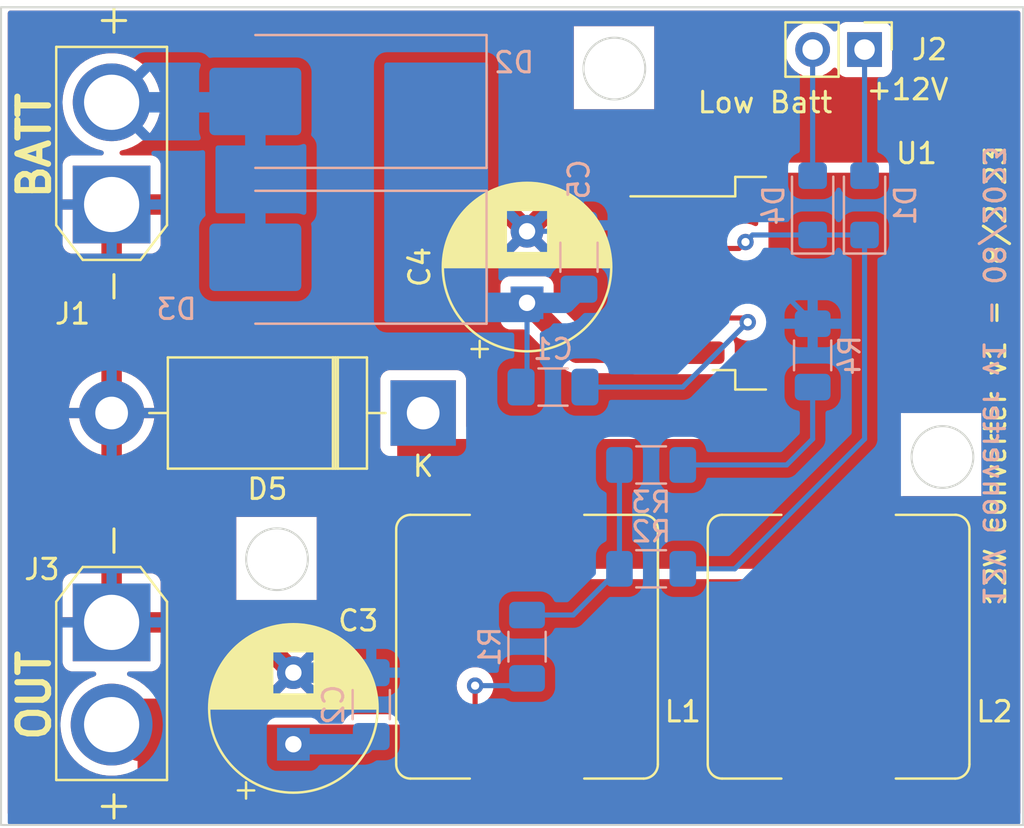
<source format=kicad_pcb>
(kicad_pcb (version 20221018) (generator pcbnew)

  (general
    (thickness 1.6)
  )

  (paper "A4")
  (layers
    (0 "F.Cu" signal)
    (31 "B.Cu" signal)
    (32 "B.Adhes" user "B.Adhesive")
    (33 "F.Adhes" user "F.Adhesive")
    (34 "B.Paste" user)
    (35 "F.Paste" user)
    (36 "B.SilkS" user "B.Silkscreen")
    (37 "F.SilkS" user "F.Silkscreen")
    (38 "B.Mask" user)
    (39 "F.Mask" user)
    (40 "Dwgs.User" user "User.Drawings")
    (41 "Cmts.User" user "User.Comments")
    (42 "Eco1.User" user "User.Eco1")
    (43 "Eco2.User" user "User.Eco2")
    (44 "Edge.Cuts" user)
    (45 "Margin" user)
    (46 "B.CrtYd" user "B.Courtyard")
    (47 "F.CrtYd" user "F.Courtyard")
    (48 "B.Fab" user)
    (49 "F.Fab" user)
    (50 "User.1" user)
    (51 "User.2" user)
    (52 "User.3" user)
    (53 "User.4" user)
    (54 "User.5" user)
    (55 "User.6" user)
    (56 "User.7" user)
    (57 "User.8" user)
    (58 "User.9" user)
  )

  (setup
    (pad_to_mask_clearance 0)
    (pcbplotparams
      (layerselection 0x00310ff_ffffffff)
      (plot_on_all_layers_selection 0x0000000_00000000)
      (disableapertmacros false)
      (usegerberextensions true)
      (usegerberattributes true)
      (usegerberadvancedattributes true)
      (creategerberjobfile true)
      (dashed_line_dash_ratio 12.000000)
      (dashed_line_gap_ratio 3.000000)
      (svgprecision 4)
      (plotframeref false)
      (viasonmask false)
      (mode 1)
      (useauxorigin true)
      (hpglpennumber 1)
      (hpglpenspeed 20)
      (hpglpendiameter 15.000000)
      (dxfpolygonmode true)
      (dxfimperialunits true)
      (dxfusepcbnewfont true)
      (psnegative false)
      (psa4output false)
      (plotreference true)
      (plotvalue true)
      (plotinvisibletext false)
      (sketchpadsonfab false)
      (subtractmaskfromsilk false)
      (outputformat 1)
      (mirror false)
      (drillshape 0)
      (scaleselection 1)
      (outputdirectory "")
    )
  )

  (net 0 "")
  (net 1 "Net-(U1-VC)")
  (net 2 "Net-(D2-K)")
  (net 3 "GND")
  (net 4 "Vbatt_12")
  (net 5 "Net-(D1-K)")
  (net 6 "+12V")
  (net 7 "+BATT")
  (net 8 "Vbatt_low")
  (net 9 "Net-(D5-K)")
  (net 10 "Net-(R1-Pad1)")
  (net 11 "Net-(R3-Pad2)")

  (footprint "Capacitor_THT:CP_Radial_D8.0mm_P3.50mm" (layer "F.Cu") (at 114.3 86.05 90))

  (footprint "Connector_AMASS:AMASS_XT30U-F_1x02_P5.0mm_Vertical" (layer "F.Cu") (at 105.41 80.09 -90))

  (footprint "Package_TO_SOT_SMD:TO-263-5_TabPin3" (layer "F.Cu") (at 140.74 63.5))

  (footprint "Capacitor_THT:CP_Radial_D8.0mm_P3.50mm" (layer "F.Cu") (at 125.73 64.46 90))

  (footprint "Connector_PinHeader_2.54mm:PinHeader_1x02_P2.54mm_Vertical" (layer "F.Cu") (at 142.24 52.07 -90))

  (footprint "Diode_THT:D_DO-201AD_P15.24mm_Horizontal" (layer "F.Cu") (at 120.65 69.85 180))

  (footprint "Inductor_SMD:L_Bourns_SRP1245A" (layer "F.Cu") (at 140.97 81.28 -90))

  (footprint "Connector_AMASS:AMASS_XT30U-M_1x02_P5.0mm_Vertical" (layer "F.Cu") (at 105.41 59.65 90))

  (footprint "Inductor_SMD:L_Bourns_SRP1245A" (layer "F.Cu") (at 125.73 81.28 -90))

  (footprint "Capacitor_SMD:C_1206_3216Metric_Pad1.33x1.80mm_HandSolder" (layer "B.Cu") (at 118.11 84.1125 -90))

  (footprint "Resistor_SMD:R_1206_3216Metric_Pad1.30x1.75mm_HandSolder" (layer "B.Cu") (at 125.73 81.28 -90))

  (footprint "Resistor_SMD:R_1206_3216Metric_Pad1.30x1.75mm_HandSolder" (layer "B.Cu") (at 139.7 67.03 90))

  (footprint "Diode_SMD:D_SMC_Handsoldering" (layer "B.Cu") (at 116.84 62.23 180))

  (footprint "Capacitor_SMD:C_1206_3216Metric_Pad1.33x1.80mm_HandSolder" (layer "B.Cu") (at 128.27 62.23 -90))

  (footprint "Resistor_SMD:R_1206_3216Metric_Pad1.30x1.75mm_HandSolder" (layer "B.Cu") (at 131.8 77.47 180))

  (footprint "Resistor_SMD:R_1206_3216Metric_Pad1.30x1.75mm_HandSolder" (layer "B.Cu") (at 131.8 72.39))

  (footprint "Diode_SMD:D_SMF" (layer "B.Cu") (at 139.7 59.69 90))

  (footprint "Diode_SMD:D_SMF" (layer "B.Cu") (at 142.24 59.69 90))

  (footprint "Diode_SMD:D_SMC_Handsoldering" (layer "B.Cu") (at 116.84 54.61 180))

  (footprint "Capacitor_SMD:C_1206_3216Metric_Pad1.33x1.80mm_HandSolder" (layer "B.Cu") (at 127 68.58 180))

  (gr_circle (center 146.05 72) (end 147.56 72)
    (stroke (width 0.1) (type default)) (fill none) (layer "Edge.Cuts") (tstamp 890dcb35-4a66-42c6-8b8e-6b044e02bbf8))
  (gr_circle (center 113.5 77) (end 115.01 77)
    (stroke (width 0.1) (type default)) (fill none) (layer "Edge.Cuts") (tstamp 9c8afe47-37cc-403d-af0a-c7604f3a629b))
  (gr_circle (center 130 53) (end 131.51 53)
    (stroke (width 0.1) (type default)) (fill none) (layer "Edge.Cuts") (tstamp c06ef8c6-4d12-46cf-8264-5a92bf1f50bd))
  (gr_rect locked (start 100 50) (end 150 90)
    (stroke (width 0.1) (type default)) (fill none) (layer "Edge.Cuts") (tstamp e7139659-277b-4ecf-a971-f7f7dc37b4fa))
  (gr_text "12V converter v1 - 08/2023" (at 147.955 79.375 -90) (layer "B.SilkS") (tstamp 00c987f4-1445-4020-9e01-1f5f7feb8c1c)
    (effects (font (size 1 1) (thickness 0.15)) (justify left bottom mirror))
  )
  (gr_text "12V converter v1 - 08/2023" (at 149.225 79.375 90) (layer "F.SilkS") (tstamp 03e13cbb-59df-4b6f-941c-fadf19b9b735)
    (effects (font (size 1 1) (thickness 0.15)) (justify left bottom))
  )
  (gr_text "+12V" (at 142.24 54.61) (layer "F.SilkS") (tstamp 14f5980a-d789-4620-a679-ac06966dd329)
    (effects (font (size 1 1) (thickness 0.15)) (justify left bottom))
  )
  (gr_text "BATT" (at 102.5 59.5 90) (layer "F.SilkS") (tstamp 2469c19c-18df-4c66-8051-2ff13ded6dfa)
    (effects (font (size 1.5 1.5) (thickness 0.3) bold) (justify left bottom))
  )
  (gr_text "OUT" (at 102.5 86 90) (layer "F.SilkS") (tstamp 74f1fd9d-26ce-4d4e-8695-3107718cd5c8)
    (effects (font (size 1.5 1.5) (thickness 0.3) bold) (justify left bottom))
  )
  (gr_text "Low Batt" (at 133.985 55.245) (layer "F.SilkS") (tstamp 9cf3b09e-dccc-41a6-9b3e-d0b910c09a56)
    (effects (font (size 1 1) (thickness 0.15)) (justify left bottom))
  )

  (segment (start 133.09 65.2) (end 136.32 65.2) (width 0.25) (layer "F.Cu") (net 1) (tstamp 0f61b120-2ae8-447d-bc8e-aad2f59109ee))
  (segment (start 136.32 65.2) (end 136.525 65.405) (width 0.25) (layer "F.Cu") (net 1) (tstamp 10e6c90e-8b47-46f5-9ba6-e97375e152b6))
  (via (at 136.525 65.405) (size 0.8) (drill 0.4) (layers "F.Cu" "B.Cu") (net 1) (tstamp d8f40f11-2129-4d5c-84ed-e86a8db997c7))
  (segment (start 133.35 68.58) (end 128.5625 68.58) (width 0.25) (layer "B.Cu") (net 1) (tstamp a155d3ca-55bc-4b93-b90a-9edc7d256463))
  (segment (start 136.525 65.405) (end 133.35 68.58) (width 0.25) (layer "B.Cu") (net 1) (tstamp a547eff1-7b3d-4f9a-ac5f-05829c1325d5))
  (segment (start 128.17 66.9) (end 125.73 64.46) (width 1) (layer "F.Cu") (net 2) (tstamp 05804b0e-b3ae-4bc2-b40d-c8f3a9592865))
  (segment (start 133.09 66.9) (end 128.17 66.9) (width 1) (layer "F.Cu") (net 2) (tstamp 5a10a29e-fe8f-431f-b4ac-49fa2ed17d42))
  (segment (start 121.24 62.23) (end 121.24 64.09) (width 1) (layer "B.Cu") (net 2) (tstamp 48e000f1-de8b-4844-91e3-0661a597e534))
  (segment (start 121.61 64.46) (end 125.73 64.46) (width 1) (layer "B.Cu") (net 2) (tstamp 75945036-a61c-4f32-9c34-425b055dba89))
  (segment (start 125.73 68.2875) (end 125.73 64.46) (width 0.25) (layer "B.Cu") (net 2) (tstamp 781e4de2-f988-4e15-9b17-5ff97ec969d3))
  (segment (start 125.4375 68.58) (end 125.73 68.2875) (width 0.25) (layer "B.Cu") (net 2) (tstamp 9028cd20-6660-4f0b-b64b-247937cfccd8))
  (segment (start 121.24 64.09) (end 121.61 64.46) (width 1) (layer "B.Cu") (net 2) (tstamp b55b8331-a72c-4d6e-8135-b5a0427702af))
  (segment (start 127.6025 64.46) (end 128.27 63.7925) (width 1) (layer "B.Cu") (net 2) (tstamp d3c97007-daa7-4d7e-b3a0-02a8ec574d37))
  (segment (start 121.24 54.61) (end 121.24 62.23) (width 1) (layer "B.Cu") (net 2) (tstamp e4c1edca-e8fd-4f8a-b242-152690213bd6))
  (segment (start 125.73 64.46) (end 127.6025 64.46) (width 1) (layer "B.Cu") (net 2) (tstamp f4453b66-00e5-4eb9-bd52-affaf25974df))
  (segment (start 105.41 59.65) (end 105.41 69.85) (width 1) (layer "F.Cu") (net 3) (tstamp 0eed72c4-2369-4eab-8e5a-f366d8286911))
  (segment (start 124.42 59.65) (end 125.73 60.96) (width 1) (layer "F.Cu") (net 3) (tstamp 4dfef0e1-cda1-4c25-888a-7795895cce68))
  (segment (start 105.41 80.09) (end 111.84 80.09) (width 1) (layer "F.Cu") (net 3) (tstamp 5f14b6a7-da4d-4600-9044-280c83d3c19e))
  (segment (start 111.84 80.09) (end 114.3 82.55) (width 1) (layer "F.Cu") (net 3) (tstamp 6b0caeaa-76de-4db7-91be-0e7ce1ae2da9))
  (segment (start 105.41 59.65) (end 124.42 59.65) (width 1) (layer "F.Cu") (net 3) (tstamp 6e294fdc-1f50-47e7-a816-dc73a308b9bb))
  (segment (start 125.73 60.96) (end 126.59 60.1) (width 1) (layer "F.Cu") (net 3) (tstamp 89670c78-1d0c-4064-b359-c42dbd99239e))
  (segment (start 126.59 60.1) (end 133.09 60.1) (width 1) (layer "F.Cu") (net 3) (tstamp ee5f68f9-543c-4ffe-b65c-b7427bf53768))
  (segment (start 105.41 69.85) (end 105.41 80.09) (width 1) (layer "F.Cu") (net 3) (tstamp f693c650-ba16-4180-999b-06bbcb8db6a5))
  (segment (start 127.9775 60.96) (end 128.27 60.6675) (width 0.25) (layer "B.Cu") (net 3) (tstamp 00763c95-1e15-4cd4-ab9e-2f7a1dd3de35))
  (segment (start 139.7 65.405) (end 137.16 62.865) (width 0.25) (layer "B.Cu") (net 3) (tstamp 055443c5-ee99-4266-a406-4c88d1dd6f00))
  (segment (start 125.73 60.96) (end 127.9775 60.96) (width 0.25) (layer "B.Cu") (net 3) (tstamp 36dc08df-1c1d-4c5e-982c-91aba28b376d))
  (segment (start 129.8825 60.6675) (end 128.27 60.6675) (width 0.25) (layer "B.Cu") (net 3) (tstamp 47a0650d-997f-41ff-b180-27bc7c07011f))
  (segment (start 132.08 62.865) (end 129.8825 60.6675) (width 0.25) (layer "B.Cu") (net 3) (tstamp 6c7baf0f-8b5a-4e21-9c65-4236fd60b28b))
  (segment (start 137.16 62.865) (end 132.08 62.865) (width 0.25) (layer "B.Cu") (net 3) (tstamp a7b6e2c1-22e8-4037-ac2e-bb426459b04f))
  (segment (start 139.7 65.48) (end 139.7 65.405) (width 0.25) (layer "B.Cu") (net 3) (tstamp e1b355d4-ca79-4e4d-8911-1548bb99b9db))
  (segment (start 114.3 82.55) (end 118.11 82.55) (width 1) (layer "B.Cu") (net 3) (tstamp f546f310-8abc-431d-9984-d92cb68a9e22))
  (segment (start 114.3 86.05) (end 123.19 86.05) (width 1) (layer "F.Cu") (net 4) (tstamp 1105b9fa-280a-4547-a16d-2dfdd105cfea))
  (segment (start 105.41 85.09) (end 106.68 86.36) (width 1) (layer "F.Cu") (net 4) (tstamp 30a3d771-5eba-4980-b8fa-69e3aa857e2e))
  (segment (start 125.73 86.83) (end 140.97 86.83) (width 1) (layer "F.Cu") (net 4) (tstamp 38d7a19d-c3c8-4691-958a-e6d9d81dbb51))
  (segment (start 123.19 83.185) (end 123.19 86.05) (width 0.25) (layer "F.Cu") (net 4) (tstamp 633e3e31-ddd0-461b-bb12-6be10de0c93b))
  (segment (start 123.19 86.05) (end 124.95 86.05) (width 1) (layer "F.Cu") (net 4) (tstamp 6e5bc98f-79ca-4984-bda2-20cc89bf8f82))
  (segment (start 113.99 86.36) (end 114.3 86.05) (width 1) (layer "F.Cu") (net 4) (tstamp c932f2ef-3f38-45db-8b27-1f71234cca76))
  (segment (start 106.68 86.36) (end 113.99 86.36) (width 1) (layer "F.Cu") (net 4) (tstamp cead2ba6-de68-4ba0-995d-e014a369cffc))
  (segment (start 124.95 86.05) (end 125.73 86.83) (width 1) (layer "F.Cu") (net 4) (tstamp fe64476f-f6d5-4106-be0a-a2ee5eb057f7))
  (via (at 123.19 83.185) (size 0.8) (drill 0.4) (layers "F.Cu" "B.Cu") (net 4) (tstamp 96da3bef-40d4-42f8-905e-ea2b7e70bf46))
  (segment (start 114.3 86.05) (end 117.735 86.05) (width 1) (layer "B.Cu") (net 4) (tstamp 1dce960a-10d1-4964-b59f-235484beae47))
  (segment (start 125.375 83.185) (end 123.19 83.185) (width 0.25) (layer "B.Cu") (net 4) (tstamp ecffd003-4c56-4012-a326-67d660338c98))
  (segment (start 125.73 82.83) (end 125.375 83.185) (width 0.25) (layer "B.Cu") (net 4) (tstamp ee64f99d-6875-450f-8670-34ad8ddc39de))
  (segment (start 117.735 86.05) (end 118.11 85.675) (width 1) (layer "B.Cu") (net 4) (tstamp f7d8b3a8-4ec6-4852-8e17-b7ed699087a0))
  (segment (start 136.1005 61.8) (end 133.09 61.8) (width 0.25) (layer "F.Cu") (net 5) (tstamp 6a91607a-2b47-4f5d-a436-1c30db8dd6cf))
  (segment (start 136.41525 61.48525) (end 136.1005 61.8) (width 0.25) (layer "F.Cu") (net 5) (tstamp a8d198c5-7df1-4119-9d75-aca5e67d0eb9))
  (via (at 136.41525 61.48525) (size 0.8) (drill 0.4) (layers "F.Cu" "B.Cu") (net 5) (tstamp bd9c017c-cf21-412d-9019-f685d6bc2990))
  (segment (start 142.24 71.12) (end 142.24 61.14) (width 0.25) (layer "B.Cu") (net 5) (tstamp 1633d032-5e50-4c7f-8fe8-c5a3dedb111a))
  (segment (start 142.24 61.14) (end 139.7 61.14) (width 0.25) (layer "B.Cu") (net 5) (tstamp 3afb25a2-20df-409c-8841-d50fce7e7aa8))
  (segment (start 136.7605 61.14) (end 139.7 61.14) (width 0.25) (layer "B.Cu") (net 5) (tstamp 3c2e68ba-8cee-4e20-ad9e-aa44cd4ad85c))
  (segment (start 136.41525 61.48525) (end 136.7605 61.14) (width 0.25) (layer "B.Cu") (net 5) (tstamp 6bc8dd3d-f6c4-4a5b-8d2f-05fdbc01bc4b))
  (segment (start 133.35 77.47) (end 135.89 77.47) (width 0.25) (layer "B.Cu") (net 5) (tstamp b71c1e02-0290-473c-ad90-3d0a35307e45))
  (segment (start 135.89 77.47) (end 142.24 71.12) (width 0.25) (layer "B.Cu") (net 5) (tstamp d9edad05-28ab-4f84-92b8-1d9e90976674))
  (segment (start 142.24 52.07) (end 142.24 58.24) (width 0.25) (layer "B.Cu") (net 6) (tstamp 13ab66c2-212f-4387-ab14-893f6ba998aa))
  (segment (start 112.4 54.65) (end 112.44 54.61) (width 1) (layer "B.Cu") (net 7) (tstamp 76d7f25d-94c9-4dbd-ac4c-0a15e28f0237))
  (segment (start 105.41 54.65) (end 112.4 54.65) (width 1) (layer "B.Cu") (net 7) (tstamp 83127cd1-92b7-4dfd-a264-0a1272cab1f1))
  (segment (start 112.44 54.61) (end 112.44 62.23) (width 1) (layer "B.Cu") (net 7) (tstamp a3fd677f-771d-41b1-9f2c-36f3537a8a5f))
  (segment (start 139.7 52.07) (end 139.7 58.24) (width 0.25) (layer "B.Cu") (net 8) (tstamp f626bb2e-c39b-4888-92bc-c22bfcdd5589))
  (segment (start 140.97 75.73) (end 140.97 67.43) (width 1) (layer "F.Cu") (net 9) (tstamp 0a70acf8-a1c2-40de-a437-cc3d32101e7d))
  (segment (start 133.09 63.5) (end 142.24 63.5) (width 1) (layer "F.Cu") (net 9) (tstamp 640fed0a-cbf4-4883-8eaa-2dcfd90faeed))
  (segment (start 120.65 73.66) (end 122.72 75.73) (width 1) (layer "F.Cu") (net 9) (tstamp 7a7dbd3a-d645-4134-85dd-1f407faf7471))
  (segment (start 120.65 69.85) (end 120.65 73.66) (width 1) (layer "F.Cu") (net 9) (tstamp b8f45cc6-b681-4316-b08c-8971080a2c85))
  (segment (start 140.97 67.43) (end 139.815 66.275) (width 1) (layer "F.Cu") (net 9) (tstamp b98180c6-12a5-4071-bb82-8575f17f4a51))
  (segment (start 122.72 75.73) (end 125.73 75.73) (width 1) (layer "F.Cu") (net 9) (tstamp d0ca13ad-4a5e-4f9f-a351-c5f9e129b9aa))
  (segment (start 125.73 75.73) (end 140.97 75.73) (width 1) (layer "F.Cu") (net 9) (tstamp e156c56b-ba47-47e6-b4e4-f98ed126cdc8))
  (segment (start 127.99 79.73) (end 130.25 77.47) (width 0.25) (layer "B.Cu") (net 10) (tstamp 2cd60e25-6190-4170-8e44-50a74ffee4e3))
  (segment (start 130.25 77.47) (end 130.25 72.39) (width 0.25) (layer "B.Cu") (net 10) (tstamp 75e5df2d-e929-436c-9610-94575a9c9601))
  (segment (start 125.73 79.73) (end 127.99 79.73) (width 0.25) (layer "B.Cu") (net 10) (tstamp 9750bb72-8077-4230-8f76-5a98591533ea))
  (segment (start 133.35 72.39) (end 138.43 72.39) (width 0.25) (layer "B.Cu") (net 11) (tstamp 02575dd9-bfe1-4c14-bfed-4648c5bda3aa))
  (segment (start 139.7 71.12) (end 139.7 68.58) (width 0.25) (layer "B.Cu") (net 11) (tstamp 731fd7d1-31b3-4da6-a4e8-97f80d13fc57))
  (segment (start 138.43 72.39) (end 139.7 71.12) (width 0.25) (layer "B.Cu") (net 11) (tstamp 8ceac231-e5f3-4f2e-9ad7-4408129933a4))

  (zone (net 4) (net_name "Vbatt_12") (layer "F.Cu") (tstamp 55828705-948c-4cd7-aa2e-e71c53e17d52) (hatch edge 0.5)
    (priority 2)
    (connect_pads yes (clearance 0.5))
    (min_thickness 0.25) (filled_areas_thickness no)
    (fill yes (thermal_gap 0.5) (thermal_bridge_width 0.5))
    (polygon
      (pts
        (xy 106.68 83.82)
        (xy 106.68 89.535)
        (xy 143.51 89.535)
        (xy 143.51 85.09)
        (xy 107.95 85.09)
        (xy 107.95 83.82)
      )
    )
    (filled_polygon
      (layer "F.Cu")
      (pts
        (xy 107.893039 83.839685)
        (xy 107.938794 83.892489)
        (xy 107.95 83.944)
        (xy 107.95 85.09)
        (xy 143.386 85.09)
        (xy 143.453039 85.109685)
        (xy 143.498794 85.162489)
        (xy 143.51 85.214)
        (xy 143.51 89.411)
        (xy 143.490315 89.478039)
        (xy 143.437511 89.523794)
        (xy 143.386 89.535)
        (xy 106.804 89.535)
        (xy 106.736961 89.515315)
        (xy 106.691206 89.462511)
        (xy 106.68 89.411)
        (xy 106.68 83.944)
        (xy 106.699685 83.876961)
        (xy 106.752489 83.831206)
        (xy 106.804 83.82)
        (xy 107.826 83.82)
      )
    )
  )
  (zone (net 9) (net_name "Net-(D5-K)") (layer "F.Cu") (tstamp 94419a57-f585-46fc-a272-f83768b3f1c5) (hatch edge 0.5)
    (priority 3)
    (connect_pads yes (clearance 0.5))
    (min_thickness 0.25) (filled_areas_thickness no)
    (fill yes (thermal_gap 0.5) (thermal_bridge_width 0.5))
    (polygon
      (pts
        (xy 119.38 71.12)
        (xy 119.38 77.47)
        (xy 143.51 77.47)
        (xy 143.51 68.58)
        (xy 137.16 68.58)
        (xy 137.16 71.12)
      )
    )
    (filled_polygon
      (layer "F.Cu")
      (pts
        (xy 143.453039 68.599685)
        (xy 143.498794 68.652489)
        (xy 143.51 68.704)
        (xy 143.51 77.346)
        (xy 143.490315 77.413039)
        (xy 143.437511 77.458794)
        (xy 143.386 77.47)
        (xy 119.504 77.47)
        (xy 119.436961 77.450315)
        (xy 119.391206 77.397511)
        (xy 119.38 77.346)
        (xy 119.38 71.244)
        (xy 119.399685 71.176961)
        (xy 119.452489 71.131206)
        (xy 119.504 71.12)
        (xy 137.16 71.12)
        (xy 137.16 68.704)
        (xy 137.179685 68.636961)
        (xy 137.232489 68.591206)
        (xy 137.284 68.58)
        (xy 143.386 68.58)
      )
    )
  )
  (zone (net 3) (net_name "GND") (layer "F.Cu") (tstamp abf868ef-407c-4a15-a55a-c4c8e4c3c8ca) (hatch edge 0.5)
    (priority 1)
    (connect_pads (clearance 0.5))
    (min_thickness 0.25) (filled_areas_thickness no)
    (fill yes (thermal_gap 0.5) (thermal_bridge_width 0.5))
    (polygon
      (pts
        (xy 100.33 50.165)
        (xy 149.86 50.165)
        (xy 149.86 89.535)
        (xy 100.33 89.535)
      )
    )
    (filled_polygon
      (layer "F.Cu")
      (pts
        (xy 149.803039 50.184685)
        (xy 149.848794 50.237489)
        (xy 149.86 50.289)
        (xy 149.86 89.411)
        (xy 149.840315 89.478039)
        (xy 149.787511 89.523794)
        (xy 149.736 89.535)
        (xy 144.1395 89.535)
        (xy 144.072461 89.515315)
        (xy 144.026706 89.462511)
        (xy 144.0155 89.411)
        (xy 144.0155 85.21401)
        (xy 144.0155 85.214)
        (xy 144.003947 85.106544)
        (xy 143.992741 85.055033)
        (xy 143.992637 85.054722)
        (xy 143.958616 84.952502)
        (xy 143.958613 84.952496)
        (xy 143.880828 84.831462)
        (xy 143.880825 84.831457)
        (xy 143.88082 84.831451)
        (xy 143.835076 84.778659)
        (xy 143.835072 84.778656)
        (xy 143.83507 84.778653)
        (xy 143.726336 84.684433)
        (xy 143.726333 84.684431)
        (xy 143.726331 84.68443)
        (xy 143.595465 84.624664)
        (xy 143.59546 84.624662)
        (xy 143.595459 84.624662)
        (xy 143.572858 84.618025)
        (xy 143.528425 84.604978)
        (xy 143.528419 84.604976)
        (xy 143.442966 84.59269)
        (xy 143.386 84.5845)
        (xy 143.385998 84.5845)
        (xy 123.9395 84.5845)
        (xy 123.872461 84.564815)
        (xy 123.826706 84.512011)
        (xy 123.8155 84.4605)
        (xy 123.8155 83.883687)
        (xy 123.835185 83.816648)
        (xy 123.84735 83.800715)
        (xy 123.869361 83.776269)
        (xy 123.922533 83.717216)
        (xy 124.017179 83.553284)
        (xy 124.075674 83.373256)
        (xy 124.09546 83.185)
        (xy 124.075674 82.996744)
        (xy 124.017179 82.816716)
        (xy 123.922533 82.652784)
        (xy 123.795871 82.512112)
        (xy 123.792531 82.509685)
        (xy 123.642734 82.400851)
        (xy 123.642729 82.400848)
        (xy 123.469807 82.323857)
        (xy 123.469802 82.323855)
        (xy 123.324001 82.292865)
        (xy 123.284646 82.2845)
        (xy 123.095354 82.2845)
        (xy 123.062897 82.291398)
        (xy 122.910197 82.323855)
        (xy 122.910192 82.323857)
        (xy 122.73727 82.400848)
        (xy 122.737265 82.400851)
        (xy 122.584129 82.512111)
        (xy 122.457466 82.652785)
        (xy 122.362821 82.816715)
        (xy 122.362818 82.816722)
        (xy 122.304462 82.996326)
        (xy 122.304326 82.996744)
        (xy 122.28454 83.185)
        (xy 122.304326 83.373256)
        (xy 122.304327 83.373259)
        (xy 122.362818 83.553277)
        (xy 122.362821 83.553284)
        (xy 122.457467 83.717216)
        (xy 122.500772 83.76531)
        (xy 122.53265 83.800715)
        (xy 122.56288 83.863706)
        (xy 122.5645 83.883687)
        (xy 122.5645 84.4605)
        (xy 122.544815 84.527539)
        (xy 122.492011 84.573294)
        (xy 122.4405 84.5845)
        (xy 108.5795 84.5845)
        (xy 108.512461 84.564815)
        (xy 108.466706 84.512011)
        (xy 108.4555 84.4605)
        (xy 108.4555 83.94401)
        (xy 108.4555 83.944)
        (xy 108.443947 83.836544)
        (xy 108.432741 83.785033)
        (xy 108.429822 83.776264)
        (xy 108.398616 83.682502)
        (xy 108.398613 83.682496)
        (xy 108.320828 83.561462)
        (xy 108.320825 83.561457)
        (xy 108.313737 83.553277)
        (xy 108.275076 83.508659)
        (xy 108.275072 83.508656)
        (xy 108.27507 83.508653)
        (xy 108.166336 83.414433)
        (xy 108.166333 83.414431)
        (xy 108.166331 83.41443)
        (xy 108.035465 83.354664)
        (xy 108.03546 83.354662)
        (xy 108.035459 83.354662)
        (xy 108.012858 83.348025)
        (xy 107.968425 83.334978)
        (xy 107.968419 83.334976)
        (xy 107.882966 83.32269)
        (xy 107.826 83.3145)
        (xy 107.825998 83.3145)
        (xy 107.221159 83.3145)
        (xy 107.15412 83.294815)
        (xy 107.136275 83.280892)
        (xy 107.130503 83.275472)
        (xy 107.00703 83.159522)
        (xy 107.007027 83.15952)
        (xy 107.007021 83.159515)
        (xy 106.752495 82.974591)
        (xy 106.752488 82.974586)
        (xy 106.752484 82.974584)
        (xy 106.476766 82.823006)
        (xy 106.476763 82.823004)
        (xy 106.476758 82.823002)
        (xy 106.476757 82.823001)
        (xy 106.240073 82.729292)
        (xy 106.184987 82.686311)
        (xy 106.161884 82.620372)
        (xy 106.178097 82.552409)
        (xy 106.180602 82.550002)
        (xy 112.995034 82.550002)
        (xy 113.014858 82.776599)
        (xy 113.01486 82.77661)
        (xy 113.07373 82.996317)
        (xy 113.073734 82.996326)
        (xy 113.169865 83.202481)
        (xy 113.169866 83.202483)
        (xy 113.220973 83.275471)
        (xy 113.220974 83.275472)
        (xy 113.902046 82.594399)
        (xy 113.914835 82.675148)
        (xy 113.972359 82.788045)
        (xy 114.061955 82.877641)
        (xy 114.174852 82.935165)
        (xy 114.255599 82.947953)
        (xy 113.574526 83.629025)
        (xy 113.574526 83.629026)
        (xy 113.647512 83.680131)
        (xy 113.647516 83.680133)
        (xy 113.853673 83.776265)
        (xy 113.853682 83.776269)
        (xy 114.073389 83.835139)
        (xy 114.0734 83.835141)
        (xy 114.299998 83.854966)
        (xy 114.300002 83.854966)
        (xy 114.526599 83.835141)
        (xy 114.52661 83.835139)
        (xy 114.746317 83.776269)
        (xy 114.746331 83.776264)
        (xy 114.952478 83.680136)
        (xy 115.025472 83.629025)
        (xy 114.344401 82.947953)
        (xy 114.425148 82.935165)
        (xy 114.538045 82.877641)
        (xy 114.627641 82.788045)
        (xy 114.685165 82.675148)
        (xy 114.697953 82.5944)
        (xy 115.379025 83.275472)
        (xy 115.430136 83.202478)
        (xy 115.526264 82.996331)
        (xy 115.526269 82.996317)
        (xy 115.585139 82.77661)
        (xy 115.585141 82.776599)
        (xy 115.604966 82.550002)
        (xy 115.604966 82.549997)
        (xy 115.585141 82.3234)
        (xy 115.585139 82.323389)
        (xy 115.526269 82.103682)
        (xy 115.526265 82.103673)
        (xy 115.430133 81.897516)
        (xy 115.430131 81.897512)
        (xy 115.379026 81.824526)
        (xy 115.379025 81.824526)
        (xy 114.697953 82.505598)
        (xy 114.685165 82.424852)
        (xy 114.627641 82.311955)
        (xy 114.538045 82.222359)
        (xy 114.425148 82.164835)
        (xy 114.3444 82.152046)
        (xy 115.025472 81.470974)
        (xy 115.025471 81.470973)
        (xy 114.952483 81.419866)
        (xy 114.952481 81.419865)
        (xy 114.746326 81.323734)
        (xy 114.746317 81.32373)
        (xy 114.52661 81.26486)
        (xy 114.526599 81.264858)
        (xy 114.300002 81.245034)
        (xy 114.299998 81.245034)
        (xy 114.0734 81.264858)
        (xy 114.073389 81.26486)
        (xy 113.853682 81.32373)
        (xy 113.853673 81.323734)
        (xy 113.647513 81.419868)
        (xy 113.574527 81.470972)
        (xy 113.574526 81.470973)
        (xy 114.2556 82.152046)
        (xy 114.174852 82.164835)
        (xy 114.061955 82.222359)
        (xy 113.972359 82.311955)
        (xy 113.914835 82.424852)
        (xy 113.902046 82.505599)
        (xy 113.220973 81.824526)
        (xy 113.220972 81.824527)
        (xy 113.169868 81.897513)
        (xy 113.073734 82.103673)
        (xy 113.07373 82.103682)
        (xy 113.01486 82.323389)
        (xy 113.014858 82.3234)
        (xy 112.995034 82.549997)
        (xy 112.995034 82.550002)
        (xy 106.180602 82.550002)
        (xy 106.228481 82.504002)
        (xy 106.28572 82.49)
        (xy 107.357828 82.49)
        (xy 107.357844 82.489999)
        (xy 107.417372 82.483598)
        (xy 107.417379 82.483596)
        (xy 107.552086 82.433354)
        (xy 107.552093 82.43335)
        (xy 107.667187 82.34719)
        (xy 107.66719 82.347187)
        (xy 107.75335 82.232093)
        (xy 107.753354 82.232086)
        (xy 107.803596 82.097379)
        (xy 107.803598 82.097372)
        (xy 107.809999 82.037844)
        (xy 107.81 82.037827)
        (xy 107.81 80.34)
        (xy 106.740636 80.34)
        (xy 106.744569 80.325321)
        (xy 106.765157 80.09)
        (xy 106.744569 79.854679)
        (xy 106.740636 79.84)
        (xy 107.81 79.84)
        (xy 107.81 78.142172)
        (xy 107.809999 78.142155)
        (xy 107.803598 78.082627)
        (xy 107.803596 78.08262)
        (xy 107.753354 77.947913)
        (xy 107.75335 77.947906)
        (xy 107.66719 77.832812)
        (xy 107.667187 77.832809)
        (xy 107.552093 77.746649)
        (xy 107.552086 77.746645)
        (xy 107.417379 77.696403)
        (xy 107.417372 77.696401)
        (xy 107.357844 77.69)
        (xy 105.66 77.69)
        (xy 105.66 78.759364)
        (xy 105.645321 78.755431)
        (xy 105.468945 78.74)
        (xy 105.351055 78.74)
        (xy 105.174679 78.755431)
        (xy 105.16 78.759364)
        (xy 105.16 77.69)
        (xy 103.462155 77.69)
        (xy 103.402627 77.696401)
        (xy 103.40262 77.696403)
        (xy 103.267913 77.746645)
        (xy 103.267906 77.746649)
        (xy 103.152812 77.832809)
        (xy 103.152809 77.832812)
        (xy 103.066649 77.947906)
        (xy 103.066645 77.947913)
        (xy 103.016403 78.08262)
        (xy 103.016401 78.082627)
        (xy 103.01 78.142155)
        (xy 103.01 79.84)
        (xy 104.079364 79.84)
        (xy 104.075431 79.854679)
        (xy 104.054843 80.09)
        (xy 104.075431 80.325321)
        (xy 104.079364 80.34)
        (xy 103.01 80.34)
        (xy 103.01 82.037844)
        (xy 103.016401 82.097372)
        (xy 103.016403 82.097379)
        (xy 103.066645 82.232086)
        (xy 103.066649 82.232093)
        (xy 103.152809 82.347187)
        (xy 103.152812 82.34719)
        (xy 103.267906 82.43335)
        (xy 103.267913 82.433354)
        (xy 103.40262 82.483596)
        (xy 103.402627 82.483598)
        (xy 103.462155 82.489999)
        (xy 103.462172 82.49)
        (xy 104.53428 82.49)
        (xy 104.601319 82.509685)
        (xy 104.647074 82.562489)
        (xy 104.657018 82.631647)
        (xy 104.627993 82.695203)
        (xy 104.579927 82.729292)
        (xy 104.343242 82.823001)
        (xy 104.343241 82.823002)
        (xy 104.067516 82.974584)
        (xy 104.067504 82.974591)
        (xy 103.812978 83.159515)
        (xy 103.812968 83.159523)
        (xy 103.583608 83.374907)
        (xy 103.583606 83.374909)
        (xy 103.383054 83.617334)
        (xy 103.383051 83.617338)
        (xy 103.214464 83.88299)
        (xy 103.214461 83.882996)
        (xy 103.080499 84.167678)
        (xy 103.080497 84.167683)
        (xy 102.98327 84.466916)
        (xy 102.924311 84.775988)
        (xy 102.92431 84.775995)
        (xy 102.904556 85.089987)
        (xy 102.904556 85.090005)
        (xy 102.92431 85.404004)
        (xy 102.924311 85.404011)
        (xy 102.98327 85.713083)
        (xy 103.080497 86.012316)
        (xy 103.080499 86.012321)
        (xy 103.214461 86.297003)
        (xy 103.214464 86.297009)
        (xy 103.383051 86.562661)
        (xy 103.383054 86.562665)
        (xy 103.583606 86.80509)
        (xy 103.583608 86.805092)
        (xy 103.812968 87.020476)
        (xy 103.812978 87.020484)
        (xy 104.067504 87.205408)
        (xy 104.067509 87.20541)
        (xy 104.067516 87.205416)
        (xy 104.343234 87.356994)
        (xy 104.343239 87.356996)
        (xy 104.343241 87.356997)
        (xy 104.343242 87.356998)
        (xy 104.635771 87.472818)
        (xy 104.635774 87.472819)
        (xy 104.940523 87.551065)
        (xy 104.940527 87.551066)
        (xy 104.989313 87.557229)
        (xy 105.25267 87.590499)
        (xy 105.252679 87.590499)
        (xy 105.252682 87.5905)
        (xy 105.252684 87.5905)
        (xy 105.567316 87.5905)
        (xy 105.567318 87.5905)
        (xy 105.567321 87.590499)
        (xy 105.567329 87.590499)
        (xy 105.753593 87.566968)
        (xy 105.879473 87.551066)
        (xy 106.019665 87.51507)
        (xy 106.08949 87.517463)
        (xy 106.14694 87.557229)
        (xy 106.17377 87.621742)
        (xy 106.1745 87.635174)
        (xy 106.1745 89.411)
        (xy 106.154815 89.478039)
        (xy 106.102011 89.523794)
        (xy 106.0505 89.535)
        (xy 100.454 89.535)
        (xy 100.386961 89.515315)
        (xy 100.341206 89.462511)
        (xy 100.33 89.411)
        (xy 100.33 74.93)
        (xy 111.506 74.93)
        (xy 111.506 78.994)
        (xy 115.443 78.994)
        (xy 115.443 74.93)
        (xy 111.506 74.93)
        (xy 100.33 74.93)
        (xy 100.33 69.599999)
        (xy 103.322192 69.599999)
        (xy 103.322193 69.6)
        (xy 104.649917 69.6)
        (xy 104.625123 69.670857)
        (xy 104.604938 69.85)
        (xy 104.625123 70.029143)
        (xy 104.649917 70.1)
        (xy 103.322193 70.1)
        (xy 103.324697 70.136619)
        (xy 103.383146 70.417888)
        (xy 103.38315 70.417902)
        (xy 103.479355 70.688595)
        (xy 103.611527 70.943676)
        (xy 103.777204 71.178385)
        (xy 103.777204 71.178386)
        (xy 103.973288 71.388341)
        (xy 104.196135 71.569641)
        (xy 104.196146 71.569648)
        (xy 104.441607 71.718917)
        (xy 104.705108 71.833371)
        (xy 104.981737 71.910879)
        (xy 104.981746 71.910881)
        (xy 105.159999 71.93538)
        (xy 105.16 71.93538)
        (xy 105.16 70.610083)
        (xy 105.230857 70.634877)
        (xy 105.365074 70.65)
        (xy 105.454926 70.65)
        (xy 105.589143 70.634877)
        (xy 105.66 70.610083)
        (xy 105.66 71.93538)
        (xy 105.838253 71.910881)
        (xy 105.838262 71.910879)
        (xy 106.114891 71.833371)
        (xy 106.378392 71.718917)
        (xy 106.623853 71.569648)
        (xy 106.623864 71.569641)
        (xy 106.712082 71.49787)
        (xy 118.5495 71.49787)
        (xy 118.549501 71.497876)
        (xy 118.555908 71.557483)
        (xy 118.606202 71.692328)
        (xy 118.606206 71.692335)
        (xy 118.692452 71.807544)
        (xy 118.692455 71.807547)
        (xy 118.807663 71.893792)
        (xy 118.807665 71.893793)
        (xy 118.807669 71.893796)
        (xy 118.807673 71.893797)
        (xy 118.809924 71.895027)
        (xy 118.811746 71.896849)
        (xy 118.814769 71.899112)
        (xy 118.814443 71.899546)
        (xy 118.859331 71.944431)
        (xy 118.8745 72.003861)
        (xy 118.8745 77.346)
        (xy 118.874501 77.346009)
        (xy 118.886052 77.45345)
        (xy 118.886054 77.453462)
        (xy 118.89726 77.504972)
        (xy 118.931383 77.607497)
        (xy 118.931386 77.607503)
        (xy 119.009171 77.728537)
        (xy 119.009179 77.728548)
        (xy 119.054923 77.78134)
        (xy 119.054926 77.781343)
        (xy 119.05493 77.781347)
        (xy 119.163664 77.875567)
        (xy 119.163667 77.875568)
        (xy 119.163668 77.875569)
        (xy 119.257925 77.918616)
        (xy 119.294541 77.935338)
        (xy 119.337366 77.947913)
        (xy 119.361575 77.955022)
        (xy 119.36158 77.955023)
        (xy 119.361584 77.955024)
        (xy 119.504 77.9755)
        (xy 119.504003 77.9755)
        (xy 143.38599 77.9755)
        (xy 143.386 77.9755)
        (xy 143.493456 77.963947)
        (xy 143.544967 77.952741)
        (xy 143.579197 77.941347)
        (xy 143.647497 77.918616)
        (xy 143.647501 77.918613)
        (xy 143.647504 77.918613)
        (xy 143.768543 77.840825)
        (xy 143.821347 77.79507)
        (xy 143.915567 77.686336)
        (xy 143.975338 77.555459)
        (xy 143.995023 77.48842)
        (xy 143.995024 77.488416)
        (xy 144.0155 77.346)
        (xy 144.0155 74.038)
        (xy 144.035185 73.970961)
        (xy 144.087989 73.925206)
        (xy 144.1395 73.914)
        (xy 147.955 73.914)
        (xy 147.955 69.85)
        (xy 144.1395 69.85)
        (xy 144.072461 69.830315)
        (xy 144.026706 69.777511)
        (xy 144.0155 69.726)
        (xy 144.0155 69.524499)
        (xy 144.035185 69.45746)
        (xy 144.087989 69.411705)
        (xy 144.1395 69.400499)
        (xy 146.740002 69.400499)
        (xy 146.740008 69.400499)
        (xy 146.842797 69.389999)
        (xy 147.009334 69.334814)
        (xy 147.158656 69.242712)
        (xy 147.282712 69.118656)
        (xy 147.374814 68.969334)
        (xy 147.429999 68.802797)
        (xy 147.4405 68.700009)
        (xy 147.4405 66.280666)
        (xy 147.440499 63.150014)
        (xy 147.4405 63.150009)
        (xy 147.440499 58.299992)
        (xy 147.429999 58.197203)
        (xy 147.374814 58.030666)
        (xy 147.282712 57.881344)
        (xy 147.158656 57.757288)
        (xy 147.009334 57.665186)
        (xy 146.842797 57.610001)
        (xy 146.842795 57.61)
        (xy 146.740016 57.5995)
        (xy 146.740009 57.5995)
        (xy 146.740007 57.5995)
        (xy 141.890014 57.5995)
        (xy 141.890009 57.5995)
        (xy 137.739998 57.5995)
        (xy 137.739981 57.599501)
        (xy 137.637203 57.61)
        (xy 137.6372 57.610001)
        (xy 137.470668 57.665185)
        (xy 137.470663 57.665187)
        (xy 137.321342 57.757289)
        (xy 137.197289 57.881342)
        (xy 137.105183 58.03067)
        (xy 137.105182 58.030675)
        (xy 137.050001 58.197201)
        (xy 137.05 58.197205)
        (xy 137.0395 58.299985)
        (xy 137.0395 60.586521)
        (xy 137.019815 60.65356)
        (xy 136.967011 60.699315)
        (xy 136.897853 60.709259)
        (xy 136.865064 60.6998)
        (xy 136.695057 60.624107)
        (xy 136.695052 60.624105)
        (xy 136.549251 60.593115)
        (xy 136.509896 60.58475)
        (xy 136.320604 60.58475)
        (xy 136.288147 60.591648)
        (xy 136.135447 60.624105)
        (xy 136.055214 60.659828)
        (xy 135.985964 60.669112)
        (xy 135.922688 60.639484)
        (xy 135.885475 60.580349)
        (xy 135.881421 60.533944)
        (xy 135.889999 60.449983)
        (xy 135.89 60.449973)
        (xy 135.89 60.35)
        (xy 130.290001 60.35)
        (xy 130.290001 60.449986)
        (xy 130.300494 60.552697)
        (xy 130.355641 60.719119)
        (xy 130.355643 60.719124)
        (xy 130.447684 60.868346)
        (xy 130.451114 60.872683)
        (xy 130.477254 60.937479)
        (xy 130.464213 61.006121)
        (xy 130.451126 61.026487)
        (xy 130.447297 61.03133)
        (xy 130.355187 61.180663)
        (xy 130.355186 61.180666)
        (xy 130.300001 61.347203)
        (xy 130.300001 61.347204)
        (xy 130.3 61.347204)
        (xy 130.2895 61.449983)
        (xy 130.2895 62.150001)
        (xy 130.289501 62.150019)
        (xy 130.3 62.252796)
        (xy 130.300001 62.252799)
        (xy 130.355185 62.419331)
        (xy 130.355187 62.419336)
        (xy 130.390069 62.475888)
        (xy 130.404632 62.4995)
        (xy 130.447289 62.568657)
        (xy 130.450795 62.573091)
        (xy 130.476934 62.637887)
        (xy 130.463892 62.706529)
        (xy 130.450795 62.726909)
        (xy 130.447289 62.731342)
        (xy 130.355187 62.880663)
        (xy 130.355186 62.880666)
        (xy 130.300001 63.047203)
        (xy 130.300001 63.047204)
        (xy 130.3 63.047204)
        (xy 130.2895 63.149983)
        (xy 130.2895 63.850001)
        (xy 130.289501 63.850019)
        (xy 130.3 63.952796)
        (xy 130.300001 63.952799)
        (xy 130.355185 64.119331)
        (xy 130.355187 64.119336)
        (xy 130.447289 64.268657)
        (xy 130.450795 64.273091)
        (xy 130.476934 64.337887)
        (xy 130.463892 64.406529)
        (xy 130.450795 64.426909)
        (xy 130.447289 64.431342)
        (xy 130.355187 64.580663)
        (xy 130.355185 64.580668)
        (xy 130.327349 64.66467)
        (xy 130.300001 64.747203)
        (xy 130.300001 64.747204)
        (xy 130.3 64.747204)
        (xy 130.2895 64.849983)
        (xy 130.2895 65.550001)
        (xy 130.289501 65.550019)
        (xy 130.3 65.652796)
        (xy 130.300001 65.652799)
        (xy 130.327736 65.736496)
        (xy 130.330138 65.806324)
        (xy 130.294406 65.866366)
        (xy 130.231886 65.897559)
        (xy 130.21003 65.8995)
        (xy 128.635783 65.8995)
        (xy 128.568744 65.879815)
        (xy 128.548102 65.863181)
        (xy 127.066818 64.381897)
        (xy 127.033333 64.320574)
        (xy 127.030499 64.294216)
        (xy 127.030499 63.612129)
        (xy 127.030498 63.612123)
        (xy 127.030497 63.612116)
        (xy 127.024091 63.552517)
        (xy 126.973796 63.417669)
        (xy 126.973795 63.417668)
        (xy 126.973793 63.417664)
        (xy 126.887547 63.302455)
        (xy 126.887544 63.302452)
        (xy 126.772335 63.216206)
        (xy 126.772328 63.216202)
        (xy 126.637482 63.165908)
        (xy 126.637483 63.165908)
        (xy 126.577883 63.159501)
        (xy 126.577881 63.1595)
        (xy 126.577873 63.1595)
        (xy 126.577864 63.1595)
        (xy 124.882129 63.1595)
        (xy 124.882123 63.159501)
        (xy 124.822516 63.165908)
        (xy 124.687671 63.216202)
        (xy 124.687664 63.216206)
        (xy 124.572455 63.302452)
        (xy 124.572452 63.302455)
        (xy 124.486206 63.417664)
        (xy 124.486202 63.417671)
        (xy 124.435908 63.552517)
        (xy 124.429501 63.612116)
        (xy 124.429501 63.612123)
        (xy 124.4295 63.612135)
        (xy 124.4295 65.30787)
        (xy 124.429501 65.307876)
        (xy 124.435908 65.367483)
        (xy 124.486202 65.502328)
        (xy 124.486206 65.502335)
        (xy 124.572452 65.617544)
        (xy 124.572455 65.617547)
        (xy 124.687664 65.703793)
        (xy 124.687671 65.703797)
        (xy 124.732618 65.720561)
        (xy 124.822517 65.754091)
        (xy 124.882127 65.7605)
        (xy 125.564216 65.760499)
        (xy 125.631255 65.780183)
        (xy 125.651897 65.796818)
        (xy 127.453547 67.598468)
        (xy 127.514938 67.663051)
        (xy 127.514943 67.663055)
        (xy 127.545545 67.684354)
        (xy 127.565303 67.698106)
        (xy 127.569044 67.700926)
        (xy 127.616593 67.739698)
        (xy 127.647045 67.755604)
        (xy 127.653756 67.759671)
        (xy 127.681951 67.779295)
        (xy 127.738332 67.80349)
        (xy 127.742567 67.805501)
        (xy 127.796951 67.833909)
        (xy 127.829973 67.843356)
        (xy 127.837365 67.845989)
        (xy 127.86894 67.859539)
        (xy 127.868941 67.85954)
        (xy 127.882054 67.862234)
        (xy 127.929055 67.871892)
        (xy 127.933595 67.873006)
        (xy 127.992582 67.889886)
        (xy 128.026841 67.892494)
        (xy 128.034609 67.893585)
        (xy 128.068255 67.9005)
        (xy 128.068259 67.9005)
        (xy 128.129601 67.9005)
        (xy 128.134308 67.900678)
        (xy 128.170651 67.903446)
        (xy 128.195475 67.905337)
        (xy 128.195475 67.905336)
        (xy 128.195476 67.905337)
        (xy 128.229559 67.900996)
        (xy 128.237389 67.9005)
        (xy 130.747993 67.9005)
        (xy 130.786997 67.906794)
        (xy 130.887203 67.939999)
        (xy 130.989991 67.9505)
        (xy 135.190008 67.950499)
        (xy 135.292797 67.939999)
        (xy 135.459334 67.884814)
        (xy 135.608656 67.792712)
        (xy 135.732712 67.668656)
        (xy 135.824814 67.519334)
        (xy 135.879999 67.352797)
        (xy 135.8905 67.250009)
        (xy 135.890499 66.549992)
        (xy 135.879999 66.447203)
        (xy 135.827646 66.289215)
        (xy 135.825245 66.219389)
        (xy 135.860977 66.159347)
        (xy 135.923497 66.128154)
        (xy 135.992956 66.135714)
        (xy 136.018238 66.149895)
        (xy 136.072265 66.189148)
        (xy 136.07227 66.189151)
        (xy 136.245192 66.266142)
        (xy 136.245197 66.266144)
        (xy 136.430354 66.3055)
        (xy 136.430355 66.3055)
        (xy 136.619644 66.3055)
        (xy 136.619646 66.3055)
        (xy 136.804803 66.266144)
        (xy 136.84844 66.246714)
        (xy 136.865064 66.239314)
        (xy 136.934314 66.230029)
        (xy 136.99759 66.259657)
        (xy 137.034804 66.318791)
        (xy 137.0395 66.352593)
        (xy 137.0395 68.05275)
        (xy 137.019815 68.119789)
        (xy 136.98254 68.157065)
        (xy 136.901462 68.20917)
        (xy 136.901451 68.209179)
        (xy 136.848659 68.254923)
        (xy 136.754433 68.363664)
        (xy 136.75443 68.363668)
        (xy 136.694664 68.494534)
        (xy 136.674978 68.561575)
        (xy 136.674976 68.56158)
        (xy 136.6545 68.704001)
        (xy 136.6545 70.4905)
        (xy 136.634815 70.557539)
        (xy 136.582011 70.603294)
        (xy 136.5305 70.6145)
        (xy 122.8745 70.6145)
        (xy 122.807461 70.594815)
        (xy 122.761706 70.542011)
        (xy 122.7505 70.4905)
        (xy 122.750499 68.202129)
        (xy 122.750498 68.202123)
        (xy 122.750497 68.202116)
        (xy 122.744091 68.142517)
        (xy 122.739553 68.130351)
        (xy 122.693797 68.007671)
        (xy 122.693793 68.007664)
        (xy 122.607547 67.892455)
        (xy 122.607544 67.892452)
        (xy 122.492335 67.806206)
        (xy 122.492328 67.806202)
        (xy 122.357482 67.755908)
        (xy 122.357483 67.755908)
        (xy 122.297883 67.749501)
        (xy 122.297881 67.7495)
        (xy 122.297873 67.7495)
        (xy 122.297864 67.7495)
        (xy 119.002129 67.7495)
        (xy 119.002123 67.749501)
        (xy 118.942516 67.755908)
        (xy 118.807671 67.806202)
        (xy 118.807664 67.806206)
        (xy 118.692455 67.892452)
        (xy 118.692452 67.892455)
        (xy 118.606206 68.007664)
        (xy 118.606202 68.007671)
        (xy 118.555908 68.142517)
        (xy 118.549501 68.202116)
        (xy 118.549501 68.202123)
        (xy 118.5495 68.202135)
        (xy 118.5495 71.49787)
        (xy 106.712082 71.49787)
        (xy 106.846711 71.388341)
        (xy 107.042795 71.178386)
        (xy 107.042795 71.178385)
        (xy 107.208472 70.943676)
        (xy 107.340644 70.688595)
        (xy 107.436849 70.417902)
        (xy 107.436853 70.417888)
        (xy 107.495302 70.136619)
        (xy 107.497807 70.1)
        (xy 106.170083 70.1)
        (xy 106.194877 70.029143)
        (xy 106.215062 69.85)
        (xy 106.194877 69.670857)
        (xy 106.170083 69.6)
        (xy 107.497807 69.6)
        (xy 107.497807 69.599999)
        (xy 107.495302 69.56338)
        (xy 107.436853 69.282111)
        (xy 107.436849 69.282097)
        (xy 107.340644 69.011404)
        (xy 107.208472 68.756323)
        (xy 107.042795 68.521614)
        (xy 107.042795 68.521613)
        (xy 106.846711 68.311658)
        (xy 106.623864 68.130358)
        (xy 106.623853 68.130351)
        (xy 106.378392 67.981082)
        (xy 106.114891 67.866628)
        (xy 105.838262 67.78912)
        (xy 105.838255 67.789119)
        (xy 105.66 67.764618)
        (xy 105.66 69.089916)
        (xy 105.589143 69.065123)
        (xy 105.454926 69.05)
        (xy 105.365074 69.05)
        (xy 105.230857 69.065123)
        (xy 105.16 69.089916)
        (xy 105.16 67.764618)
        (xy 104.981744 67.789119)
        (xy 104.981737 67.78912)
        (xy 104.705108 67.866628)
        (xy 104.441607 67.981082)
        (xy 104.196146 68.130351)
        (xy 104.196135 68.130358)
        (xy 103.973288 68.311658)
        (xy 103.777204 68.521613)
        (xy 103.777204 68.521614)
        (xy 103.611527 68.756323)
        (xy 103.479355 69.011404)
        (xy 103.38315 69.282097)
        (xy 103.383146 69.282111)
        (xy 103.324697 69.56338)
        (xy 103.322192 69.599999)
        (xy 100.33 69.599999)
        (xy 100.33 54.650005)
        (xy 103.004754 54.650005)
        (xy 103.023718 54.951446)
        (xy 103.023719 54.951453)
        (xy 103.08032 55.248164)
        (xy 103.173659 55.535431)
        (xy 103.173661 55.535436)
        (xy 103.302265 55.808732)
        (xy 103.302268 55.808738)
        (xy 103.464111 56.063763)
        (xy 103.656652 56.296505)
        (xy 103.876836 56.503272)
        (xy 103.876846 56.50328)
        (xy 104.121193 56.680808)
        (xy 104.121198 56.68081)
        (xy 104.121205 56.680816)
        (xy 104.385896 56.826332)
        (xy 104.385901 56.826334)
        (xy 104.385903 56.826335)
        (xy 104.385904 56.826336)
        (xy 104.666734 56.937524)
        (xy 104.666737 56.937525)
        (xy 104.933028 57.005896)
        (xy 104.993066 57.041634)
        (xy 105.024252 57.104157)
        (xy 105.016684 57.173616)
        (xy 104.972766 57.227957)
        (xy 104.90644 57.249927)
        (xy 104.902191 57.25)
        (xy 103.462155 57.25)
        (xy 103.402627 57.256401)
        (xy 103.40262 57.256403)
        (xy 103.267913 57.306645)
        (xy 103.267906 57.306649)
        (xy 103.152812 57.392809)
        (xy 103.152809 57.392812)
        (xy 103.066649 57.507906)
        (xy 103.066645 57.507913)
        (xy 103.016403 57.64262)
        (xy 103.016401 57.642627)
        (xy 103.01 57.702155)
        (xy 103.01 59.4)
        (xy 104.079364 59.4)
        (xy 104.075431 59.414679)
        (xy 104.054843 59.65)
        (xy 104.075431 59.885321)
        (xy 104.079364 59.9)
        (xy 103.01 59.9)
        (xy 103.01 61.597844)
        (xy 103.016401 61.657372)
        (xy 103.016403 61.657379)
        (xy 103.066645 61.792086)
        (xy 103.066649 61.792093)
        (xy 103.152809 61.907187)
        (xy 103.152812 61.90719)
        (xy 103.267906 61.99335)
        (xy 103.267913 61.993354)
        (xy 103.40262 62.043596)
        (xy 103.402627 62.043598)
        (xy 103.462155 62.049999)
        (xy 103.462172 62.05)
        (xy 105.16 62.05)
        (xy 105.16 60.980635)
        (xy 105.174679 60.984569)
        (xy 105.351055 61)
        (xy 105.468945 61)
        (xy 105.645321 60.984569)
        (xy 105.66 60.980635)
        (xy 105.66 62.05)
        (xy 107.357828 62.05)
        (xy 107.357844 62.049999)
        (xy 107.417372 62.043598)
        (xy 107.417379 62.043596)
        (xy 107.552086 61.993354)
        (xy 107.552093 61.99335)
        (xy 107.667187 61.90719)
        (xy 107.66719 61.907187)
        (xy 107.75335 61.792093)
        (xy 107.753354 61.792086)
        (xy 107.803596 61.657379)
        (xy 107.803598 61.657372)
        (xy 107.809999 61.597844)
        (xy 107.81 61.597827)
        (xy 107.81 60.960002)
        (xy 124.425034 60.960002)
        (xy 124.444858 61.186599)
        (xy 124.44486 61.18661)
        (xy 124.50373 61.406317)
        (xy 124.503734 61.406326)
        (xy 124.599865 61.612481)
        (xy 124.599866 61.612483)
        (xy 124.650973 61.685471)
        (xy 124.650974 61.685472)
        (xy 125.332046 61.004399)
        (xy 125.344835 61.085148)
        (xy 125.402359 61.198045)
        (xy 125.491955 61.287641)
        (xy 125.604852 61.345165)
        (xy 125.685599 61.357953)
        (xy 125.004526 62.039025)
        (xy 125.004526 62.039026)
        (xy 125.077512 62.090131)
        (xy 125.077516 62.090133)
        (xy 125.283673 62.186265)
        (xy 125.283682 62.186269)
        (xy 125.503389 62.245139)
        (xy 125.5034 62.245141)
        (xy 125.729998 62.264966)
        (xy 125.730002 62.264966)
        (xy 125.956599 62.245141)
        (xy 125.95661 62.245139)
        (xy 126.176317 62.186269)
        (xy 126.176331 62.186264)
        (xy 126.382478 62.090136)
        (xy 126.455472 62.039025)
        (xy 125.774401 61.357953)
        (xy 125.855148 61.345165)
        (xy 125.968045 61.287641)
        (xy 126.057641 61.198045)
        (xy 126.115165 61.085148)
        (xy 126.127953 61.0044)
        (xy 126.809025 61.685472)
        (xy 126.860136 61.612478)
        (xy 126.956264 61.406331)
        (xy 126.956269 61.406317)
        (xy 127.015139 61.18661)
        (xy 127.015141 61.186599)
        (xy 127.034966 60.960002)
        (xy 127.034966 60.959997)
        (xy 127.015141 60.7334)
        (xy 127.015139 60.733389)
        (xy 126.956269 60.513682)
        (xy 126.956265 60.513673)
        (xy 126.860133 60.307516)
        (xy 126.860131 60.307512)
        (xy 126.809026 60.234526)
        (xy 126.809025 60.234526)
        (xy 126.127953 60.915598)
        (xy 126.115165 60.834852)
        (xy 126.057641 60.721955)
        (xy 125.968045 60.632359)
        (xy 125.855148 60.574835)
        (xy 125.7744 60.562046)
        (xy 126.455472 59.880974)
        (xy 126.455471 59.880973)
        (xy 126.411237 59.85)
        (xy 130.29 59.85)
        (xy 132.84 59.85)
        (xy 132.84 59.05)
        (xy 133.34 59.05)
        (xy 133.34 59.85)
        (xy 135.889999 59.85)
        (xy 135.889999 59.750028)
        (xy 135.889998 59.750013)
        (xy 135.879505 59.647302)
        (xy 135.824358 59.48088)
        (xy 135.824356 59.480875)
        (xy 135.732315 59.331654)
        (xy 135.608345 59.207684)
        (xy 135.459124 59.115643)
        (xy 135.459119 59.115641)
        (xy 135.292697 59.060494)
        (xy 135.29269 59.060493)
        (xy 135.189986 59.05)
        (xy 133.34 59.05)
        (xy 132.84 59.05)
        (xy 130.990028 59.05)
        (xy 130.990012 59.050001)
        (xy 130.887302 59.060494)
        (xy 130.72088 59.115641)
        (xy 130.720875 59.115643)
        (xy 130.571654 59.207684)
        (xy 130.447684 59.331654)
        (xy 130.355643 59.480875)
        (xy 130.355641 59.48088)
        (xy 130.300494 59.647302)
        (xy 130.300493 59.647309)
        (xy 130.29 59.750013)
        (xy 130.29 59.85)
        (xy 126.411237 59.85)
        (xy 126.382483 59.829866)
        (xy 126.382481 59.829865)
        (xy 126.176326 59.733734)
        (xy 126.176317 59.73373)
        (xy 125.95661 59.67486)
        (xy 125.956599 59.674858)
        (xy 125.730002 59.655034)
        (xy 125.729998 59.655034)
        (xy 125.5034 59.674858)
        (xy 125.503389 59.67486)
        (xy 125.283682 59.73373)
        (xy 125.283673 59.733734)
        (xy 125.077513 59.829868)
        (xy 125.004527 59.880972)
        (xy 125.004526 59.880973)
        (xy 125.6856 60.562046)
        (xy 125.604852 60.574835)
        (xy 125.491955 60.632359)
        (xy 125.402359 60.721955)
        (xy 125.344835 60.834852)
        (xy 125.332046 60.915599)
        (xy 124.650973 60.234526)
        (xy 124.650972 60.234527)
        (xy 124.599868 60.307513)
        (xy 124.503734 60.513673)
        (xy 124.50373 60.513682)
        (xy 124.44486 60.733389)
        (xy 124.444858 60.7334)
        (xy 124.425034 60.959997)
        (xy 124.425034 60.960002)
        (xy 107.81 60.960002)
        (xy 107.81 59.9)
        (xy 106.740636 59.9)
        (xy 106.744569 59.885321)
        (xy 106.765157 59.65)
        (xy 106.744569 59.414679)
        (xy 106.740636 59.4)
        (xy 107.81 59.4)
        (xy 107.81 57.702172)
        (xy 107.809999 57.702155)
        (xy 107.803598 57.642627)
        (xy 107.803596 57.64262)
        (xy 107.753354 57.507913)
        (xy 107.75335 57.507906)
        (xy 107.66719 57.392812)
        (xy 107.667187 57.392809)
        (xy 107.552093 57.306649)
        (xy 107.552086 57.306645)
        (xy 107.417379 57.256403)
        (xy 107.417372 57.256401)
        (xy 107.357844 57.25)
        (xy 105.917809 57.25)
        (xy 105.85077 57.230315)
        (xy 105.805015 57.177511)
        (xy 105.795071 57.108353)
        (xy 105.824096 57.044797)
        (xy 105.882874 57.007023)
        (xy 105.886972 57.005896)
        (xy 106.153262 56.937525)
        (xy 106.153265 56.937524)
        (xy 106.434095 56.826336)
        (xy 106.434096 56.826335)
        (xy 106.434094 56.826335)
        (xy 106.434104 56.826332)
        (xy 106.698795 56.680816)
        (xy 106.943162 56.503274)
        (xy 107.163349 56.296504)
        (xy 107.355885 56.063768)
        (xy 107.517733 55.808736)
        (xy 107.646341 55.53543)
        (xy 107.739681 55.24816)
        (xy 107.79628 54.951457)
        (xy 107.815246 54.65)
        (xy 107.79628 54.348543)
        (xy 107.739681 54.05184)
        (xy 107.646341 53.76457)
        (xy 107.517733 53.491264)
        (xy 107.43684 53.363797)
        (xy 107.355888 53.236236)
        (xy 107.294752 53.162335)
        (xy 107.163349 53.003496)
        (xy 107.125414 52.967873)
        (xy 106.943163 52.796727)
        (xy 106.943153 52.796719)
        (xy 106.698806 52.619191)
        (xy 106.698799 52.619186)
        (xy 106.698795 52.619184)
        (xy 106.434104 52.473668)
        (xy 106.434101 52.473666)
        (xy 106.434096 52.473664)
        (xy 106.434095 52.473663)
        (xy 106.153265 52.362475)
        (xy 106.153262 52.362474)
        (xy 105.860695 52.287357)
        (xy 105.561036 52.2495)
        (xy 105.561027 52.2495)
        (xy 105.258973 52.2495)
        (xy 105.258963 52.2495)
        (xy 104.959304 52.287357)
        (xy 104.666737 52.362474)
        (xy 104.666734 52.362475)
        (xy 104.385904 52.473663)
        (xy 104.385903 52.473664)
        (xy 104.121205 52.619184)
        (xy 104.121193 52.619191)
        (xy 103.876846 52.796719)
        (xy 103.876836 52.796727)
        (xy 103.656652 53.003494)
        (xy 103.464111 53.236236)
        (xy 103.302268 53.491261)
        (xy 103.302265 53.491267)
        (xy 103.173661 53.764563)
        (xy 103.173659 53.764568)
        (xy 103.08032 54.051835)
        (xy 103.023719 54.348546)
        (xy 103.023718 54.348553)
        (xy 103.004754 54.649994)
        (xy 103.004754 54.650005)
        (xy 100.33 54.650005)
        (xy 100.33 50.927)
        (xy 128.016 50.927)
        (xy 128.016 54.991)
        (xy 131.953 54.991)
        (xy 131.953 52.07)
        (xy 138.344341 52.07)
        (xy 138.364936 52.305403)
        (xy 138.364938 52.305413)
        (xy 138.426094 52.533655)
        (xy 138.426096 52.533659)
        (xy 138.426097 52.533663)
        (xy 138.510499 52.714663)
        (xy 138.525965 52.74783)
        (xy 138.525967 52.747834)
        (xy 138.560197 52.796719)
        (xy 138.661505 52.941401)
        (xy 138.828599 53.108495)
        (xy 138.925384 53.176265)
        (xy 139.022165 53.244032)
        (xy 139.022167 53.244033)
        (xy 139.02217 53.244035)
        (xy 139.236337 53.343903)
        (xy 139.464592 53.405063)
        (xy 139.641034 53.4205)
        (xy 139.699999 53.425659)
        (xy 139.7 53.425659)
        (xy 139.700001 53.425659)
        (xy 139.758966 53.4205)
        (xy 139.935408 53.405063)
        (xy 140.163663 53.343903)
        (xy 140.37783 53.244035)
        (xy 140.571401 53.108495)
        (xy 140.693329 52.986566)
        (xy 140.754648 52.953084)
        (xy 140.82434 52.958068)
        (xy 140.880274 52.999939)
        (xy 140.897189 53.030917)
        (xy 140.946202 53.162328)
        (xy 140.946206 53.162335)
        (xy 141.032452 53.277544)
        (xy 141.032455 53.277547)
        (xy 141.147664 53.363793)
        (xy 141.147671 53.363797)
        (xy 141.282517 53.414091)
        (xy 141.282516 53.414091)
        (xy 141.289444 53.414835)
        (xy 141.342127 53.4205)
        (xy 143.137872 53.420499)
        (xy 143.197483 53.414091)
        (xy 143.332331 53.363796)
        (xy 143.447546 53.277546)
        (xy 143.533796 53.162331)
        (xy 143.584091 53.027483)
        (xy 143.5905 52.967873)
        (xy 143.590499 51.172128)
        (xy 143.584091 51.112517)
        (xy 143.58281 51.109083)
        (xy 143.533797 50.977671)
        (xy 143.533793 50.977664)
        (xy 143.447547 50.862455)
        (xy 143.447544 50.862452)
        (xy 143.332335 50.776206)
        (xy 143.332328 50.776202)
        (xy 143.197482 50.725908)
        (xy 143.197483 50.725908)
        (xy 143.137883 50.719501)
        (xy 143.137881 50.7195)
        (xy 143.137873 50.7195)
        (xy 143.137864 50.7195)
        (xy 141.342129 50.7195)
        (xy 141.342123 50.719501)
        (xy 141.282516 50.725908)
        (xy 141.147671 50.776202)
        (xy 141.147664 50.776206)
        (xy 141.032455 50.862452)
        (xy 141.032452 50.862455)
        (xy 140.946206 50.977664)
        (xy 140.946203 50.977669)
        (xy 140.897189 51.109083)
        (xy 140.855317 51.165016)
        (xy 140.789853 51.189433)
        (xy 140.72158 51.174581)
        (xy 140.693326 51.15343)
        (xy 140.571402 51.031506)
        (xy 140.571395 51.031501)
        (xy 140.377834 50.895967)
        (xy 140.37783 50.895965)
        (xy 140.377828 50.895964)
        (xy 140.163663 50.796097)
        (xy 140.163659 50.796096)
        (xy 140.163655 50.796094)
        (xy 139.935413 50.734938)
        (xy 139.935403 50.734936)
        (xy 139.700001 50.714341)
        (xy 139.699999 50.714341)
        (xy 139.464596 50.734936)
        (xy 139.464586 50.734938)
        (xy 139.236344 50.796094)
        (xy 139.236335 50.796098)
        (xy 139.022171 50.895964)
        (xy 139.022169 50.895965)
        (xy 138.828597 51.031505)
        (xy 138.661505 51.198597)
        (xy 138.525965 51.392169)
        (xy 138.525964 51.392171)
        (xy 138.426098 51.606335)
        (xy 138.426094 51.606344)
        (xy 138.364938 51.834586)
        (xy 138.364936 51.834596)
        (xy 138.344341 52.069999)
        (xy 138.344341 52.07)
        (xy 131.953 52.07)
        (xy 131.953 50.927)
        (xy 128.016 50.927)
        (xy 100.33 50.927)
        (xy 100.33 50.289)
        (xy 100.349685 50.221961)
        (xy 100.402489 50.176206)
        (xy 100.454 50.165)
        (xy 149.736 50.165)
      )
    )
  )
  (zone (net 0) (net_name "") (layers "F&B.Cu") (tstamp 26c5e858-34b9-497a-a3e1-8517680fc9d6) (hatch edge 0.5)
    (connect_pads (clearance 0))
    (min_thickness 0.25) (filled_areas_thickness no)
    (keepout (tracks not_allowed) (vias not_allowed) (pads not_allowed) (copperpour not_allowed) (footprints allowed))
    (fill (thermal_gap 0.5) (thermal_bridge_width 0.5))
    (polygon
      (pts
        (xy 144.018 69.85)
        (xy 144.018 73.914)
        (xy 147.955 73.914)
        (xy 147.955 69.85)
      )
    )
  )
  (zone (net 0) (net_name "") (layers "F&B.Cu") (tstamp bacf9268-66c3-4807-aeca-8f4d18dfc21a) (hatch edge 0.5)
    (connect_pads (clearance 0))
    (min_thickness 0.25) (filled_areas_thickness no)
    (keepout (tracks not_allowed) (vias not_allowed) (pads not_allowed) (copperpour not_allowed) (footprints allowed))
    (fill (thermal_gap 0.5) (thermal_bridge_width 0.5))
    (polygon
      (pts
        (xy 111.506 74.93)
        (xy 111.506 78.994)
        (xy 115.443 78.994)
        (xy 115.443 74.93)
      )
    )
  )
  (zone (net 0) (net_name "") (layers "F&B.Cu") (tstamp fa3f4428-3f92-46df-a086-3c38ba3dc472) (hatch edge 0.5)
    (connect_pads (clearance 0))
    (min_thickness 0.25) (filled_areas_thickness no)
    (keepout (tracks not_allowed) (vias not_allowed) (pads not_allowed) (copperpour not_allowed) (footprints allowed))
    (fill (thermal_gap 0.5) (thermal_bridge_width 0.5))
    (polygon
      (pts
        (xy 128.016 50.927)
        (xy 128.016 54.991)
        (xy 131.953 54.991)
        (xy 131.953 50.927)
      )
    )
  )
  (zone (net 7) (net_name "+BATT") (layer "B.Cu") (tstamp 22747650-20c4-45dc-b15a-1960d5d4c870) (hatch edge 0.5)
    (priority 5)
    (connect_pads (clearance 0.5))
    (min_thickness 0.25) (filled_areas_thickness no)
    (fill yes (thermal_gap 0.5) (thermal_bridge_width 0.5))
    (polygon
      (pts
        (xy 106.045 56.515)
        (xy 110.49 56.515)
        (xy 110.49 64.135)
        (xy 114.935 64.135)
        (xy 114.935 52.705)
        (xy 106.045 52.705)
      )
    )
    (filled_polygon
      (layer "B.Cu")
      (pts
        (xy 109.715157 52.724685)
        (xy 109.760912 52.777489)
        (xy 109.770856 52.846647)
        (xy 109.757413 52.883732)
        (xy 109.758696 52.88433)
        (xy 109.755641 52.89088)
        (xy 109.700494 53.057302)
        (xy 109.700493 53.057309)
        (xy 109.69 53.160013)
        (xy 109.69 54.36)
        (xy 112.566 54.36)
        (xy 112.633039 54.379685)
        (xy 112.678794 54.432489)
        (xy 112.69 54.484)
        (xy 112.69 56.759999)
        (xy 114.489972 56.759999)
        (xy 114.489986 56.759998)
        (xy 114.592697 56.749505)
        (xy 114.765977 56.692086)
        (xy 114.766417 56.693415)
        (xy 114.827668 56.68411)
        (xy 114.891453 56.712628)
        (xy 114.929695 56.771103)
        (xy 114.935 56.806985)
        (xy 114.935 60.033014)
        (xy 114.915315 60.100053)
        (xy 114.862511 60.145808)
        (xy 114.793353 60.155752)
        (xy 114.766072 60.147625)
        (xy 114.765977 60.147914)
        (xy 114.592697 60.090494)
        (xy 114.59269 60.090493)
        (xy 114.489986 60.08)
        (xy 112.69 60.08)
        (xy 112.69 62.356)
        (xy 112.670315 62.423039)
        (xy 112.617511 62.468794)
        (xy 112.566 62.48)
        (xy 112.314 62.48)
        (xy 112.246961 62.460315)
        (xy 112.201206 62.407511)
        (xy 112.19 62.356)
        (xy 112.19 60.08)
        (xy 110.614 60.08)
        (xy 110.546961 60.060315)
        (xy 110.501206 60.007511)
        (xy 110.49 59.956)
        (xy 110.49 56.883999)
        (xy 110.509685 56.81696)
        (xy 110.562489 56.771205)
        (xy 110.614 56.759999)
        (xy 112.19 56.759999)
        (xy 112.19 54.86)
        (xy 109.690001 54.86)
        (xy 109.690001 56.059986)
        (xy 109.700494 56.162697)
        (xy 109.755641 56.329119)
        (xy 109.758696 56.33567)
        (xy 109.756597 56.336648)
        (xy 109.772097 56.393296)
        (xy 109.751174 56.459959)
        (xy 109.697532 56.504729)
        (xy 109.648118 56.515)
        (xy 106.972809 56.515)
        (xy 106.90577 56.495315)
        (xy 106.885128 56.478681)
        (xy 106.171373 55.764926)
        (xy 106.281078 55.68811)
        (xy 106.44811 55.521078)
        (xy 106.524926 55.411373)
        (xy 107.274686 56.161133)
        (xy 107.355483 56.063469)
        (xy 107.517292 55.808497)
        (xy 1
... [79797 chars truncated]
</source>
